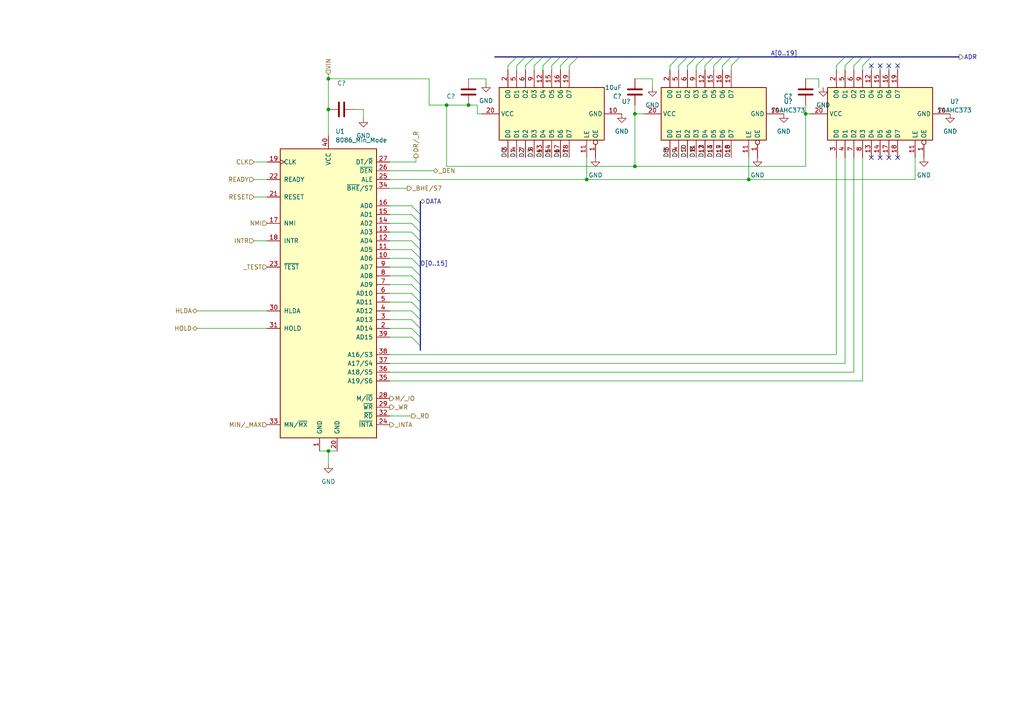
<source format=kicad_sch>
(kicad_sch (version 20211123) (generator eeschema)
  (paper "A4")
  (lib_symbols
    (symbol "74xx:74AHC373"
      (property "Reference" "U" (at -7.62 16.51 0))
      (property "Value" "74AHC373" (at -7.62 -16.51 0))
      (symbol "74AHC373_1_0"
        (pin input inverted (at -12.7 -12.7 0) (length 5.08) (name "OE") (number "1"))
        (pin power_in line (at 0 -20.32 90) (length 5.08) (name "GND") (number "10"))
        (pin input line (at -12.7 -10.16 0) (length 5.08) (name "LE") (number "11"))
        (pin tri_state line (at 12.7 2.54 180) (length 5.08) (name "O4") (number "12"))
        (pin input line (at -12.7 2.54 0) (length 5.08) (name "D4") (number "13"))
        (pin input line (at -12.7 0 0) (length 5.08) (name "D5") (number "14"))
        (pin tri_state line (at 12.7 0 180) (length 5.08) (name "O5") (number "15"))
        (pin tri_state line (at 12.7 -2.54 180) (length 5.08) (name "O6") (number "16"))
        (pin input line (at -12.7 -2.54 0) (length 5.08) (name "D6") (number "17"))
        (pin input line (at -12.7 -5.08 0) (length 5.08) (name "D7") (number "18"))
        (pin tri_state line (at 12.7 -5.08 180) (length 5.08) (name "O7") (number "19"))
        (pin tri_state line (at 12.7 12.7 180) (length 5.08) (name "O0") (number "2"))
        (pin power_in line (at 0 20.32 270) (length 5.08) (name "VCC") (number "20"))
        (pin input line (at -12.7 12.7 0) (length 5.08) (name "D0") (number "3"))
        (pin input line (at -12.7 10.16 0) (length 5.08) (name "D1") (number "4"))
        (pin tri_state line (at 12.7 10.16 180) (length 5.08) (name "O1") (number "5"))
        (pin tri_state line (at 12.7 7.62 180) (length 5.08) (name "O2") (number "6"))
        (pin input line (at -12.7 7.62 0) (length 5.08) (name "D2") (number "7"))
        (pin input line (at -12.7 5.08 0) (length 5.08) (name "D3") (number "8"))
        (pin tri_state line (at 12.7 5.08 180) (length 5.08) (name "O3") (number "9"))
      )
      (symbol "74AHC373_1_1"
        (rectangle (start -7.62 15.24) (end 7.62 -15.24) (stroke (width 0.254)) (fill (type background)))
      )
    )
    (symbol "Device:C" (pin_numbers hide) (pin_names (offset 0.254))
      (property "Reference" "C" (at 0.635 2.54 0))
      (property "Value" "C" (at 0.635 -2.54 0))
      (symbol "C_0_1"
        (polyline (pts (xy -2.032 -0.762) (xy 2.032 -0.762)) (stroke (width 0.508)))
        (polyline (pts (xy -2.032 0.762) (xy 2.032 0.762)) (stroke (width 0.508)))
      )
      (symbol "C_1_1"
        (pin passive line (at 0 3.81 270) (length 2.794) (name "~") (number "1"))
        (pin passive line (at 0 -3.81 90) (length 2.794) (name "~") (number "2"))
      )
    )
    (symbol "MCU_Intel:8086_Min_Mode" (pin_names (offset 1.016))
      (property "Reference" "U" (at -12.7 43.18 0))
      (property "Value" "8086_Min_Mode" (at 10.16 43.18 0))
      (symbol "8086_Min_Mode_0_1"
        (rectangle (start 13.97 -41.91) (end -13.97 41.91) (stroke (width 0.254)) (fill (type background)))
      )
      (symbol "8086_Min_Mode_1_1"
        (pin power_in line (at -2.54 -45.72 90) (length 3.81) (name "GND") (number "1"))
        (pin bidirectional line (at 17.78 10.16 180) (length 3.81) (name "AD6") (number "10"))
        (pin bidirectional line (at 17.78 12.7 180) (length 3.81) (name "AD5") (number "11"))
        (pin bidirectional line (at 17.78 15.24 180) (length 3.81) (name "AD4") (number "12"))
        (pin bidirectional line (at 17.78 17.78 180) (length 3.81) (name "AD3") (number "13"))
        (pin bidirectional line (at 17.78 20.32 180) (length 3.81) (name "AD2") (number "14"))
        (pin bidirectional line (at 17.78 22.86 180) (length 3.81) (name "AD1") (number "15"))
        (pin bidirectional line (at 17.78 25.4 180) (length 3.81) (name "AD0") (number "16"))
        (pin input line (at -17.78 20.32 0) (length 3.81) (name "NMI") (number "17"))
        (pin input line (at -17.78 15.24 0) (length 3.81) (name "INTR") (number "18"))
        (pin input clock (at -17.78 38.1 0) (length 3.81) (name "CLK") (number "19"))
        (pin bidirectional line (at 17.78 -10.16 180) (length 3.81) (name "AD14") (number "2"))
        (pin power_in line (at 2.54 -45.72 90) (length 3.81) (name "GND") (number "20"))
        (pin input line (at -17.78 27.94 0) (length 3.81) (name "RESET") (number "21"))
        (pin input line (at -17.78 33.02 0) (length 3.81) (name "READY") (number "22"))
        (pin input line (at -17.78 7.62 0) (length 3.81) (name "~{TEST}") (number "23"))
        (pin output line (at 17.78 -38.1 180) (length 3.81) (name "~{INTA}") (number "24"))
        (pin output line (at 17.78 33.02 180) (length 3.81) (name "ALE") (number "25"))
        (pin output line (at 17.78 35.56 180) (length 3.81) (name "~{DEN}") (number "26"))
        (pin output line (at 17.78 38.1 180) (length 3.81) (name "DT/~{R}") (number "27"))
        (pin output line (at 17.78 -30.48 180) (length 3.81) (name "M/~{IO}") (number "28"))
        (pin output line (at 17.78 -33.02 180) (length 3.81) (name "~{WR}") (number "29"))
        (pin bidirectional line (at 17.78 -7.62 180) (length 3.81) (name "AD13") (number "3"))
        (pin output line (at -17.78 -5.08 0) (length 3.81) (name "HLDA") (number "30"))
        (pin input line (at -17.78 -10.16 0) (length 3.81) (name "HOLD") (number "31"))
        (pin output line (at 17.78 -35.56 180) (length 3.81) (name "~{RD}") (number "32"))
        (pin input line (at -17.78 -38.1 0) (length 3.81) (name "MN/~{MX}") (number "33"))
        (pin output line (at 17.78 30.48 180) (length 3.81) (name "~{BHE}/S7") (number "34"))
        (pin output line (at 17.78 -25.4 180) (length 3.81) (name "A19/S6") (number "35"))
        (pin output line (at 17.78 -22.86 180) (length 3.81) (name "A18/S5") (number "36"))
        (pin output line (at 17.78 -20.32 180) (length 3.81) (name "A17/S4") (number "37"))
        (pin output line (at 17.78 -17.78 180) (length 3.81) (name "A16/S3") (number "38"))
        (pin bidirectional line (at 17.78 -12.7 180) (length 3.81) (name "AD15") (number "39"))
        (pin bidirectional line (at 17.78 -5.08 180) (length 3.81) (name "AD12") (number "4"))
        (pin power_in line (at 0 45.72 270) (length 3.81) (name "VCC") (number "40"))
        (pin bidirectional line (at 17.78 -2.54 180) (length 3.81) (name "AD11") (number "5"))
        (pin bidirectional line (at 17.78 0 180) (length 3.81) (name "AD10") (number "6"))
        (pin bidirectional line (at 17.78 2.54 180) (length 3.81) (name "AD9") (number "7"))
        (pin bidirectional line (at 17.78 5.08 180) (length 3.81) (name "AD8") (number "8"))
        (pin bidirectional line (at 17.78 7.62 180) (length 3.81) (name "AD7") (number "9"))
      )
    )
    (symbol "power:GND" (power) (pin_names (offset 0))
      (property "Value" "GND" (at 0 -3.81 0))
      (symbol "GND_0_1"
        (polyline (pts (xy 0 0) (xy 0 -1.27) (xy 1.27 -1.27) (xy 0 -2.54) (xy -1.27 -1.27) (xy 0 -1.27)))
      )
      (symbol "GND_1_1"
        (pin power_in line (at 0 0 270) (length 0) hide (name "GND") (number "1"))
      )
    )
  )
  (junction (at 217.17 52.07))
  (junction (at 184.15 48.26))
  (junction (at 95.25 130.81))
  (junction (at 170.18 52.07))
  (junction (at 233.68 33.02))
  (junction (at 135.89 30.48))
  (junction (at 184.15 33.02))
  (junction (at 129.54 30.48))
  (junction (at 95.25 31.75))
  (junction (at 95.25 22.86))
  (no_connect (at 260.35 45.72))
  (no_connect (at 257.81 45.72))
  (no_connect (at 255.27 45.72))
  (no_connect (at 252.73 45.72))
  (no_connect (at 255.27 19.05))
  (no_connect (at 252.73 19.05))
  (no_connect (at 260.35 19.05))
  (no_connect (at 257.81 19.05))
  (bus_entry (at 196.85 19.05) (size 2.54 -2.54))
  (bus_entry (at 199.39 19.05) (size 2.54 -2.54))
  (bus_entry (at 201.93 19.05) (size 2.54 -2.54))
  (bus_entry (at 204.47 19.05) (size 2.54 -2.54))
  (bus_entry (at 209.55 19.05) (size 2.54 -2.54))
  (bus_entry (at 212.09 19.05) (size 2.54 -2.54))
  (bus_entry (at 207.01 19.05) (size 2.54 -2.54))
  (bus_entry (at 160.02 19.05) (size 2.54 -2.54))
  (bus_entry (at 162.56 19.05) (size 2.54 -2.54))
  (bus_entry (at 165.1 19.05) (size 2.54 -2.54))
  (bus_entry (at 250.19 19.05) (size 2.54 -2.54))
  (bus_entry (at 242.57 19.05) (size 2.54 -2.54))
  (bus_entry (at 245.11 19.05) (size 2.54 -2.54))
  (bus_entry (at 247.65 19.05) (size 2.54 -2.54))
  (bus_entry (at 194.31 19.05) (size 2.54 -2.54))
  (bus_entry (at 119.38 62.23) (size 2.54 2.54))
  (bus_entry (at 119.38 59.69) (size 2.54 2.54))
  (bus_entry (at 119.38 80.01) (size 2.54 2.54))
  (bus_entry (at 119.38 97.79) (size 2.54 2.54))
  (bus_entry (at 119.38 85.09) (size 2.54 2.54))
  (bus_entry (at 119.38 92.71) (size 2.54 2.54))
  (bus_entry (at 119.38 64.77) (size 2.54 2.54))
  (bus_entry (at 119.38 74.93) (size 2.54 2.54))
  (bus_entry (at 147.32 19.05) (size 2.54 -2.54))
  (bus_entry (at 119.38 82.55) (size 2.54 2.54))
  (bus_entry (at 119.38 69.85) (size 2.54 2.54))
  (bus_entry (at 119.38 87.63) (size 2.54 2.54))
  (bus_entry (at 119.38 95.25) (size 2.54 2.54))
  (bus_entry (at 119.38 90.17) (size 2.54 2.54))
  (bus_entry (at 149.86 19.05) (size 2.54 -2.54))
  (bus_entry (at 152.4 19.05) (size 2.54 -2.54))
  (bus_entry (at 154.94 19.05) (size 2.54 -2.54))
  (bus_entry (at 157.48 19.05) (size 2.54 -2.54))
  (bus_entry (at 119.38 77.47) (size 2.54 2.54))
  (bus_entry (at 119.38 72.39) (size 2.54 2.54))
  (bus_entry (at 119.38 67.31) (size 2.54 2.54))
  (wire (pts (xy 124.46 30.48) (xy 129.54 30.48)))
  (wire (pts (xy 250.19 110.49) (xy 250.19 45.72)))
  (wire (pts (xy 247.65 19.05) (xy 247.65 20.32)))
  (wire (pts (xy 113.03 92.71) (xy 119.38 92.71)))
  (wire (pts (xy 170.18 52.07) (xy 170.18 45.72)))
  (bus (pts (xy 207.01 16.51) (xy 209.55 16.51)))
  (wire (pts (xy 196.85 19.05) (xy 196.85 20.32)))
  (bus (pts (xy 143.51 16.51) (xy 149.86 16.51)))
  (bus (pts (xy 160.02 16.51) (xy 162.56 16.51)))
  (wire (pts (xy 135.89 30.48) (xy 138.43 30.48)))
  (wire (pts (xy 57.15 90.17) (xy 77.47 90.17)))
  (wire (pts (xy 102.87 31.75) (xy 105.41 31.75)))
  (wire (pts (xy 113.03 120.65) (xy 119.38 120.65)))
  (bus (pts (xy 152.4 16.51) (xy 154.94 16.51)))
  (bus (pts (xy 162.56 16.51) (xy 165.1 16.51)))
  (bus (pts (xy 204.47 16.51) (xy 207.01 16.51)))
  (wire (pts (xy 73.66 69.85) (xy 77.47 69.85)))
  (wire (pts (xy 95.25 130.81) (xy 97.79 130.81)))
  (wire (pts (xy 184.15 33.02) (xy 184.15 48.26)))
  (wire (pts (xy 152.4 19.05) (xy 152.4 20.32)))
  (wire (pts (xy 184.15 22.86) (xy 189.23 22.86)))
  (wire (pts (xy 233.68 33.02) (xy 233.68 48.26)))
  (wire (pts (xy 129.54 48.26) (xy 184.15 48.26)))
  (wire (pts (xy 113.03 102.87) (xy 242.57 102.87)))
  (wire (pts (xy 105.41 31.75) (xy 105.41 34.29)))
  (wire (pts (xy 129.54 30.48) (xy 135.89 30.48)))
  (wire (pts (xy 147.32 19.05) (xy 147.32 20.32)))
  (bus (pts (xy 154.94 16.51) (xy 157.48 16.51)))
  (wire (pts (xy 92.71 130.81) (xy 95.25 130.81)))
  (bus (pts (xy 121.92 72.39) (xy 121.92 74.93)))
  (bus (pts (xy 252.73 16.51) (xy 278.13 16.51)))
  (wire (pts (xy 73.66 46.99) (xy 77.47 46.99)))
  (wire (pts (xy 135.89 22.86) (xy 140.97 22.86)))
  (bus (pts (xy 199.39 16.51) (xy 201.93 16.51)))
  (bus (pts (xy 121.92 90.17) (xy 121.92 92.71)))
  (bus (pts (xy 121.92 82.55) (xy 121.92 85.09)))
  (wire (pts (xy 233.68 30.48) (xy 233.68 33.02)))
  (bus (pts (xy 245.11 16.51) (xy 247.65 16.51)))
  (wire (pts (xy 154.94 19.05) (xy 154.94 20.32)))
  (wire (pts (xy 250.19 19.05) (xy 250.19 20.32)))
  (wire (pts (xy 95.25 31.75) (xy 95.25 39.37)))
  (bus (pts (xy 121.92 62.23) (xy 121.92 64.77)))
  (bus (pts (xy 214.63 16.51) (xy 245.11 16.51)))
  (wire (pts (xy 113.03 46.99) (xy 120.65 46.99)))
  (wire (pts (xy 113.03 80.01) (xy 119.38 80.01)))
  (bus (pts (xy 149.86 16.51) (xy 152.4 16.51)))
  (wire (pts (xy 255.27 19.05) (xy 255.27 20.32)))
  (wire (pts (xy 204.47 19.05) (xy 204.47 20.32)))
  (wire (pts (xy 189.23 22.86) (xy 189.23 25.4)))
  (bus (pts (xy 196.85 16.51) (xy 199.39 16.51)))
  (wire (pts (xy 217.17 52.07) (xy 265.43 52.07)))
  (wire (pts (xy 73.66 57.15) (xy 77.47 57.15)))
  (wire (pts (xy 265.43 52.07) (xy 265.43 45.72)))
  (wire (pts (xy 149.86 19.05) (xy 149.86 20.32)))
  (wire (pts (xy 113.03 85.09) (xy 119.38 85.09)))
  (wire (pts (xy 113.03 52.07) (xy 170.18 52.07)))
  (bus (pts (xy 121.92 97.79) (xy 121.92 100.33)))
  (wire (pts (xy 257.81 19.05) (xy 257.81 20.32)))
  (wire (pts (xy 113.03 97.79) (xy 119.38 97.79)))
  (bus (pts (xy 209.55 16.51) (xy 212.09 16.51)))
  (wire (pts (xy 113.03 67.31) (xy 119.38 67.31)))
  (wire (pts (xy 95.25 22.86) (xy 124.46 22.86)))
  (wire (pts (xy 201.93 19.05) (xy 201.93 20.32)))
  (wire (pts (xy 165.1 19.05) (xy 165.1 20.32)))
  (bus (pts (xy 121.92 92.71) (xy 121.92 95.25)))
  (wire (pts (xy 209.55 19.05) (xy 209.55 20.32)))
  (wire (pts (xy 57.15 95.25) (xy 77.47 95.25)))
  (bus (pts (xy 121.92 77.47) (xy 121.92 80.01)))
  (bus (pts (xy 121.92 80.01) (xy 121.92 82.55)))
  (wire (pts (xy 113.03 105.41) (xy 245.11 105.41)))
  (wire (pts (xy 245.11 105.41) (xy 245.11 45.72)))
  (wire (pts (xy 242.57 19.05) (xy 242.57 20.32)))
  (wire (pts (xy 95.25 21.59) (xy 95.25 22.86)))
  (wire (pts (xy 233.68 22.86) (xy 237.49 22.86)))
  (bus (pts (xy 157.48 16.51) (xy 160.02 16.51)))
  (bus (pts (xy 247.65 16.51) (xy 250.19 16.51)))
  (bus (pts (xy 201.93 16.51) (xy 204.47 16.51)))
  (wire (pts (xy 162.56 19.05) (xy 162.56 20.32)))
  (wire (pts (xy 199.39 19.05) (xy 199.39 20.32)))
  (wire (pts (xy 113.03 110.49) (xy 250.19 110.49)))
  (wire (pts (xy 73.66 52.07) (xy 77.47 52.07)))
  (wire (pts (xy 113.03 49.53) (xy 125.73 49.53)))
  (wire (pts (xy 157.48 19.05) (xy 157.48 20.32)))
  (wire (pts (xy 160.02 19.05) (xy 160.02 20.32)))
  (wire (pts (xy 138.43 33.02) (xy 139.7 33.02)))
  (wire (pts (xy 113.03 62.23) (xy 119.38 62.23)))
  (bus (pts (xy 121.92 100.33) (xy 121.92 101.6)))
  (wire (pts (xy 129.54 30.48) (xy 129.54 48.26)))
  (bus (pts (xy 121.92 69.85) (xy 121.92 72.39)))
  (bus (pts (xy 212.09 16.51) (xy 214.63 16.51)))
  (wire (pts (xy 245.11 19.05) (xy 245.11 20.32)))
  (wire (pts (xy 113.03 107.95) (xy 247.65 107.95)))
  (wire (pts (xy 95.25 22.86) (xy 95.25 31.75)))
  (wire (pts (xy 252.73 19.05) (xy 252.73 20.32)))
  (wire (pts (xy 217.17 45.72) (xy 217.17 52.07)))
  (wire (pts (xy 113.03 82.55) (xy 119.38 82.55)))
  (wire (pts (xy 113.03 74.93) (xy 119.38 74.93)))
  (wire (pts (xy 184.15 48.26) (xy 233.68 48.26)))
  (wire (pts (xy 113.03 64.77) (xy 119.38 64.77)))
  (wire (pts (xy 113.03 69.85) (xy 119.38 69.85)))
  (wire (pts (xy 212.09 19.05) (xy 212.09 20.32)))
  (wire (pts (xy 184.15 33.02) (xy 186.69 33.02)))
  (bus (pts (xy 121.92 67.31) (xy 121.92 69.85)))
  (wire (pts (xy 184.15 30.48) (xy 184.15 33.02)))
  (wire (pts (xy 242.57 102.87) (xy 242.57 45.72)))
  (wire (pts (xy 113.03 77.47) (xy 119.38 77.47)))
  (wire (pts (xy 237.49 22.86) (xy 237.49 25.4)))
  (wire (pts (xy 120.65 45.72) (xy 120.65 46.99)))
  (wire (pts (xy 95.25 130.81) (xy 95.25 134.62)))
  (wire (pts (xy 113.03 72.39) (xy 119.38 72.39)))
  (wire (pts (xy 233.68 33.02) (xy 234.95 33.02)))
  (bus (pts (xy 121.92 64.77) (xy 121.92 67.31)))
  (wire (pts (xy 113.03 59.69) (xy 119.38 59.69)))
  (bus (pts (xy 165.1 16.51) (xy 167.64 16.51)))
  (bus (pts (xy 121.92 85.09) (xy 121.92 87.63)))
  (wire (pts (xy 194.31 19.05) (xy 194.31 20.32)))
  (bus (pts (xy 121.92 58.42) (xy 121.92 62.23)))
  (bus (pts (xy 250.19 16.51) (xy 252.73 16.51)))
  (wire (pts (xy 207.01 19.05) (xy 207.01 20.32)))
  (wire (pts (xy 124.46 22.86) (xy 124.46 30.48)))
  (wire (pts (xy 113.03 95.25) (xy 119.38 95.25)))
  (wire (pts (xy 113.03 54.61) (xy 118.11 54.61)))
  (wire (pts (xy 113.03 90.17) (xy 119.38 90.17)))
  (wire (pts (xy 260.35 19.05) (xy 260.35 20.32)))
  (wire (pts (xy 247.65 107.95) (xy 247.65 45.72)))
  (wire (pts (xy 170.18 52.07) (xy 217.17 52.07)))
  (wire (pts (xy 113.03 87.63) (xy 119.38 87.63)))
  (bus (pts (xy 167.64 16.51) (xy 196.85 16.51)))
  (wire (pts (xy 140.97 22.86) (xy 140.97 24.13)))
  (wire (pts (xy 138.43 30.48) (xy 138.43 33.02)))
  (bus (pts (xy 121.92 74.93) (xy 121.92 77.47)))
  (bus (pts (xy 121.92 87.63) (xy 121.92 90.17)))
  (bus (pts (xy 121.92 95.25) (xy 121.92 97.79)))
  (label "D6" (at 162.56 45.72 90))
  (label "D4" (at 157.48 45.72 90))
  (label "D7" (at 165.1 45.72 90))
  (label "D14" (at 209.55 45.72 90))
  (label "D1" (at 149.86 45.72 90))
  (label "D13" (at 207.01 45.72 90))
  (label "D[0..15]" (at 121.92 77.47 0))
  (label "D8" (at 194.31 45.72 90))
  (label "D5" (at 160.02 45.72 90))
  (label "D2" (at 152.4 45.72 90))
  (label "D0" (at 147.32 45.72 90))
  (label "D9" (at 196.85 45.72 90))
  (label "D3" (at 154.94 45.72 90))
  (label "D11" (at 201.93 45.72 90))
  (label "D15" (at 212.09 45.72 90))
  (label "D10" (at 199.39 45.72 90))
  (label "A[0..19]" (at 223.52 16.51 0))
  (label "D12" (at 204.47 45.72 90))
  (hierarchical_label "VIN" (shape input) (at 95.25 21.59 90))
  (hierarchical_label "NMI" (shape input) (at 77.47 64.77 180))
  (hierarchical_label "CLK" (shape input) (at 73.66 46.99 180))
  (hierarchical_label "DATA" (shape bidirectional) (at 121.92 58.42 0))
  (hierarchical_label "ADR" (shape output) (at 278.13 16.51 0))
  (hierarchical_label "READY" (shape input) (at 73.66 52.07 180))
  (hierarchical_label "_BHE{slash}S7" (shape output) (at 118.11 54.61 0))
  (hierarchical_label "M{slash}_IO" (shape output) (at 113.03 115.57 0))
  (hierarchical_label "RESET" (shape input) (at 73.66 57.15 180))
  (hierarchical_label "MIN{slash}_MAX" (shape input) (at 77.47 123.19 180))
  (hierarchical_label "DR{slash}_R" (shape output) (at 120.65 45.72 90))
  (hierarchical_label "INTR" (shape input) (at 73.66 69.85 180))
  (hierarchical_label "_INTA" (shape output) (at 113.03 123.19 0))
  (hierarchical_label "_TEST" (shape input) (at 77.47 77.47 180))
  (hierarchical_label "HOLD" (shape bidirectional) (at 57.15 95.25 180))
  (hierarchical_label "_RD" (shape output) (at 119.38 120.65 0))
  (hierarchical_label "_WR" (shape output) (at 113.03 118.11 0))
  (hierarchical_label "HLDA" (shape bidirectional) (at 57.15 90.17 180))
  (hierarchical_label "_DEN" (shape bidirectional) (at 125.73 49.53 0))
  (symbol (lib_id "power:GND") (at 189.23 25.4 0) (unit 1)
    (property "Reference" "#PWR?" (effects hide))
    (property "Value" "GND" (at 189.23 30.48 0))
  )
  (symbol (lib_id "Device:C") (at 184.15 26.67 180) (unit 1)
    (property "Reference" "C?" (at 180.34 27.9401 0) (effects (justify left)))
    (property "Value" "10uF" (at 180.34 25.4001 0) (effects (justify left)))
  )
  (symbol (lib_id "Device:C") (at 99.06 31.75 270) (unit 1)
    (property "Reference" "C?" (at 99.06 24.13 90))
  )
  (symbol (lib_id "power:GND") (at 238.76 25.4 0) (unit 1)
    (property "Reference" "#PWR?" (effects hide))
    (property "Value" "GND" (at 238.76 30.48 0))
  )
  (symbol (lib_id "MCU_Intel:8086_Min_Mode") (at 95.25 85.09 0) (unit 1)
    (property "Reference" "U1" (at 97.2694 38.1 0) (effects (justify left)))
    (property "Value" "8086_Min_Mode" (at 97.2694 40.64 0) (effects (justify left)))
    (property "Footprint" "Package_DIP:DIP-40_W15.24mm" (effects hide))
    (property "Datasheet" "http://datasheets.chipdb.org/Intel/x86/808x/datashts/8086/231455-006.pdf" (effects hide))
  )
  (symbol (lib_id "74xx:74AHC373") (at 207.01 33.02 90) (unit 1)
    (property "Reference" "U?" (at 228.6 29.4386 90))
    (property "Value" "74AHC373" (at 228.6 31.9786 90))
    (property "Datasheet" "https://assets.nexperia.com/documents/data-sheet/74AHC373.pdf" (effects hide))
  )
  (symbol (lib_id "power:GND") (at 172.72 45.72 0) (unit 1)
    (property "Reference" "#PWR?" (effects hide))
  )
  (symbol (lib_id "power:GND") (at 95.25 134.62 0) (unit 1)
    (property "Reference" "#PWR0102" (effects hide))
    (property "Value" "GND" (at 95.25 139.7 0))
  )
  (symbol (lib_id "power:GND") (at 140.97 24.13 0) (unit 1)
    (property "Reference" "#PWR?" (effects hide))
  )
  (symbol (lib_id "power:GND") (at 180.34 33.02 0) (unit 1)
    (property "Reference" "#PWR?" (effects hide))
  )
  (symbol (lib_id "74xx:74AHC373") (at 255.27 33.02 90) (unit 1)
    (property "Reference" "U?" (at 276.86 29.4386 90))
    (property "Value" "74AHC373" (at 276.86 31.9786 90))
    (property "Datasheet" "https://assets.nexperia.com/documents/data-sheet/74AHC373.pdf" (effects hide))
  )
  (symbol (lib_id "74xx:74AHC373") (at 160.02 33.02 90) (unit 1)
    (property "Reference" "U?" (at 181.61 29.4386 90))
    (property "Datasheet" "https://assets.nexperia.com/documents/data-sheet/74AHC373.pdf" (effects hide))
  )
  (symbol (lib_id "power:GND") (at 105.41 34.29 0) (unit 1)
    (property "Reference" "#PWR?" (effects hide))
  )
  (symbol (lib_id "power:GND") (at 219.71 45.72 0) (unit 1)
    (property "Reference" "#PWR?" (effects hide))
  )
  (symbol (lib_id "power:GND") (at 267.97 45.72 0) (unit 1)
    (property "Reference" "#PWR?" (effects hide))
  )
  (symbol (lib_id "power:GND") (at 275.59 33.02 0) (unit 1)
    (property "Reference" "#PWR?" (effects hide))
    (property "Value" "GND" (at 275.59 38.1 0))
  )
  (symbol (lib_id "power:GND") (at 227.33 33.02 0) (unit 1)
    (property "Reference" "#PWR?" (effects hide))
    (property "Value" "GND" (at 227.33 38.1 0))
  )
  (symbol (lib_id "Device:C") (at 233.68 26.67 180) (unit 1)
    (property "Reference" "C?" (at 229.87 27.9401 0) (effects (justify left)))
  )
  (symbol (lib_id "Device:C") (at 135.89 26.67 180) (unit 1)
    (property "Reference" "C?" (at 132.08 27.9401 0) (effects (justify left)))
  )
)
</source>
